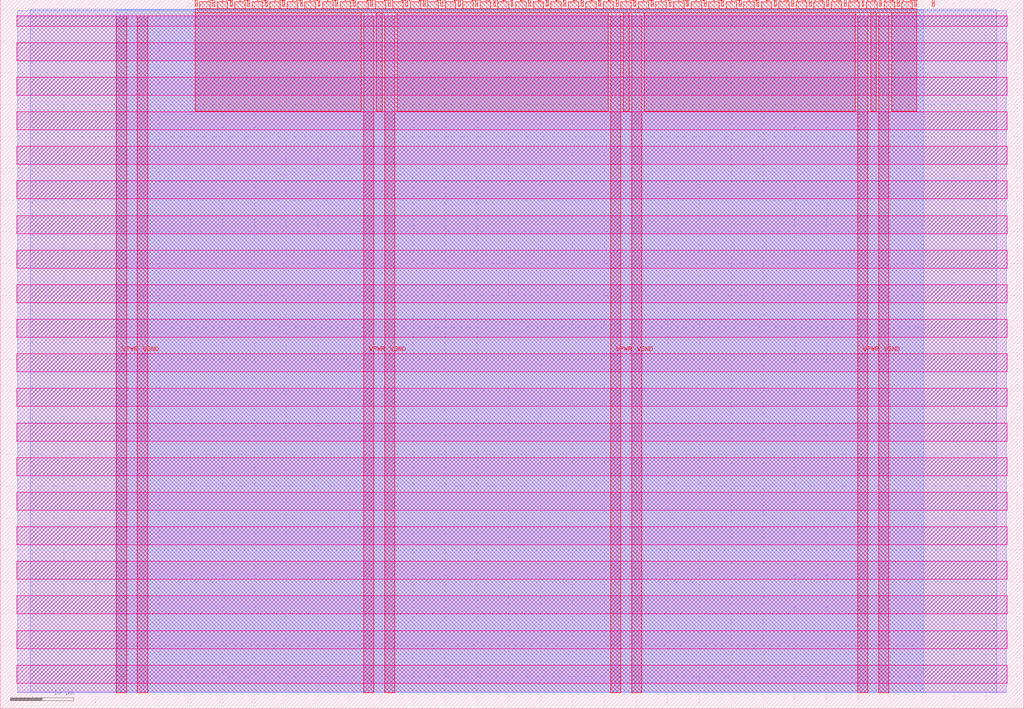
<source format=lef>
VERSION 5.7 ;
  NOWIREEXTENSIONATPIN ON ;
  DIVIDERCHAR "/" ;
  BUSBITCHARS "[]" ;
MACRO tt_um_ran_DanielZhu
  CLASS BLOCK ;
  FOREIGN tt_um_ran_DanielZhu ;
  ORIGIN 0.000 0.000 ;
  SIZE 161.000 BY 111.520 ;
  PIN VGND
    DIRECTION INOUT ;
    USE GROUND ;
    PORT
      LAYER met4 ;
        RECT 21.580 2.480 23.180 109.040 ;
    END
    PORT
      LAYER met4 ;
        RECT 60.450 2.480 62.050 109.040 ;
    END
    PORT
      LAYER met4 ;
        RECT 99.320 2.480 100.920 109.040 ;
    END
    PORT
      LAYER met4 ;
        RECT 138.190 2.480 139.790 109.040 ;
    END
  END VGND
  PIN VPWR
    DIRECTION INOUT ;
    USE POWER ;
    PORT
      LAYER met4 ;
        RECT 18.280 2.480 19.880 109.040 ;
    END
    PORT
      LAYER met4 ;
        RECT 57.150 2.480 58.750 109.040 ;
    END
    PORT
      LAYER met4 ;
        RECT 96.020 2.480 97.620 109.040 ;
    END
    PORT
      LAYER met4 ;
        RECT 134.890 2.480 136.490 109.040 ;
    END
  END VPWR
  PIN clk
    DIRECTION INPUT ;
    USE SIGNAL ;
    ANTENNAGATEAREA 0.852000 ;
    PORT
      LAYER met4 ;
        RECT 143.830 110.520 144.130 111.520 ;
    END
  END clk
  PIN ena
    DIRECTION INPUT ;
    USE SIGNAL ;
    PORT
      LAYER met4 ;
        RECT 146.590 110.520 146.890 111.520 ;
    END
  END ena
  PIN rst_n
    DIRECTION INPUT ;
    USE SIGNAL ;
    ANTENNAGATEAREA 0.213000 ;
    PORT
      LAYER met4 ;
        RECT 141.070 110.520 141.370 111.520 ;
    END
  END rst_n
  PIN ui_in[0]
    DIRECTION INPUT ;
    USE SIGNAL ;
    ANTENNAGATEAREA 0.196500 ;
    PORT
      LAYER met4 ;
        RECT 138.310 110.520 138.610 111.520 ;
    END
  END ui_in[0]
  PIN ui_in[1]
    DIRECTION INPUT ;
    USE SIGNAL ;
    ANTENNAGATEAREA 0.196500 ;
    PORT
      LAYER met4 ;
        RECT 135.550 110.520 135.850 111.520 ;
    END
  END ui_in[1]
  PIN ui_in[2]
    DIRECTION INPUT ;
    USE SIGNAL ;
    ANTENNAGATEAREA 0.196500 ;
    PORT
      LAYER met4 ;
        RECT 132.790 110.520 133.090 111.520 ;
    END
  END ui_in[2]
  PIN ui_in[3]
    DIRECTION INPUT ;
    USE SIGNAL ;
    ANTENNAGATEAREA 0.196500 ;
    PORT
      LAYER met4 ;
        RECT 130.030 110.520 130.330 111.520 ;
    END
  END ui_in[3]
  PIN ui_in[4]
    DIRECTION INPUT ;
    USE SIGNAL ;
    ANTENNAGATEAREA 0.126000 ;
    PORT
      LAYER met4 ;
        RECT 127.270 110.520 127.570 111.520 ;
    END
  END ui_in[4]
  PIN ui_in[5]
    DIRECTION INPUT ;
    USE SIGNAL ;
    ANTENNAGATEAREA 0.213000 ;
    PORT
      LAYER met4 ;
        RECT 124.510 110.520 124.810 111.520 ;
    END
  END ui_in[5]
  PIN ui_in[6]
    DIRECTION INPUT ;
    USE SIGNAL ;
    PORT
      LAYER met4 ;
        RECT 121.750 110.520 122.050 111.520 ;
    END
  END ui_in[6]
  PIN ui_in[7]
    DIRECTION INPUT ;
    USE SIGNAL ;
    PORT
      LAYER met4 ;
        RECT 118.990 110.520 119.290 111.520 ;
    END
  END ui_in[7]
  PIN uio_in[0]
    DIRECTION INPUT ;
    USE SIGNAL ;
    PORT
      LAYER met4 ;
        RECT 116.230 110.520 116.530 111.520 ;
    END
  END uio_in[0]
  PIN uio_in[1]
    DIRECTION INPUT ;
    USE SIGNAL ;
    PORT
      LAYER met4 ;
        RECT 113.470 110.520 113.770 111.520 ;
    END
  END uio_in[1]
  PIN uio_in[2]
    DIRECTION INPUT ;
    USE SIGNAL ;
    PORT
      LAYER met4 ;
        RECT 110.710 110.520 111.010 111.520 ;
    END
  END uio_in[2]
  PIN uio_in[3]
    DIRECTION INPUT ;
    USE SIGNAL ;
    PORT
      LAYER met4 ;
        RECT 107.950 110.520 108.250 111.520 ;
    END
  END uio_in[3]
  PIN uio_in[4]
    DIRECTION INPUT ;
    USE SIGNAL ;
    PORT
      LAYER met4 ;
        RECT 105.190 110.520 105.490 111.520 ;
    END
  END uio_in[4]
  PIN uio_in[5]
    DIRECTION INPUT ;
    USE SIGNAL ;
    PORT
      LAYER met4 ;
        RECT 102.430 110.520 102.730 111.520 ;
    END
  END uio_in[5]
  PIN uio_in[6]
    DIRECTION INPUT ;
    USE SIGNAL ;
    PORT
      LAYER met4 ;
        RECT 99.670 110.520 99.970 111.520 ;
    END
  END uio_in[6]
  PIN uio_in[7]
    DIRECTION INPUT ;
    USE SIGNAL ;
    PORT
      LAYER met4 ;
        RECT 96.910 110.520 97.210 111.520 ;
    END
  END uio_in[7]
  PIN uio_oe[0]
    DIRECTION OUTPUT ;
    USE SIGNAL ;
    ANTENNADIFFAREA 0.445500 ;
    PORT
      LAYER met4 ;
        RECT 49.990 110.520 50.290 111.520 ;
    END
  END uio_oe[0]
  PIN uio_oe[1]
    DIRECTION OUTPUT ;
    USE SIGNAL ;
    ANTENNADIFFAREA 0.445500 ;
    PORT
      LAYER met4 ;
        RECT 47.230 110.520 47.530 111.520 ;
    END
  END uio_oe[1]
  PIN uio_oe[2]
    DIRECTION OUTPUT ;
    USE SIGNAL ;
    ANTENNADIFFAREA 0.445500 ;
    PORT
      LAYER met4 ;
        RECT 44.470 110.520 44.770 111.520 ;
    END
  END uio_oe[2]
  PIN uio_oe[3]
    DIRECTION OUTPUT ;
    USE SIGNAL ;
    ANTENNADIFFAREA 0.445500 ;
    PORT
      LAYER met4 ;
        RECT 41.710 110.520 42.010 111.520 ;
    END
  END uio_oe[3]
  PIN uio_oe[4]
    DIRECTION OUTPUT ;
    USE SIGNAL ;
    ANTENNADIFFAREA 0.445500 ;
    PORT
      LAYER met4 ;
        RECT 38.950 110.520 39.250 111.520 ;
    END
  END uio_oe[4]
  PIN uio_oe[5]
    DIRECTION OUTPUT ;
    USE SIGNAL ;
    ANTENNADIFFAREA 0.445500 ;
    PORT
      LAYER met4 ;
        RECT 36.190 110.520 36.490 111.520 ;
    END
  END uio_oe[5]
  PIN uio_oe[6]
    DIRECTION OUTPUT ;
    USE SIGNAL ;
    ANTENNADIFFAREA 0.445500 ;
    PORT
      LAYER met4 ;
        RECT 33.430 110.520 33.730 111.520 ;
    END
  END uio_oe[6]
  PIN uio_oe[7]
    DIRECTION OUTPUT ;
    USE SIGNAL ;
    ANTENNADIFFAREA 0.445500 ;
    PORT
      LAYER met4 ;
        RECT 30.670 110.520 30.970 111.520 ;
    END
  END uio_oe[7]
  PIN uio_out[0]
    DIRECTION OUTPUT ;
    USE SIGNAL ;
    ANTENNADIFFAREA 0.891000 ;
    PORT
      LAYER met4 ;
        RECT 72.070 110.520 72.370 111.520 ;
    END
  END uio_out[0]
  PIN uio_out[1]
    DIRECTION OUTPUT ;
    USE SIGNAL ;
    ANTENNADIFFAREA 0.891000 ;
    PORT
      LAYER met4 ;
        RECT 69.310 110.520 69.610 111.520 ;
    END
  END uio_out[1]
  PIN uio_out[2]
    DIRECTION OUTPUT ;
    USE SIGNAL ;
    ANTENNADIFFAREA 1.288000 ;
    PORT
      LAYER met4 ;
        RECT 66.550 110.520 66.850 111.520 ;
    END
  END uio_out[2]
  PIN uio_out[3]
    DIRECTION OUTPUT ;
    USE SIGNAL ;
    ANTENNADIFFAREA 0.911000 ;
    PORT
      LAYER met4 ;
        RECT 63.790 110.520 64.090 111.520 ;
    END
  END uio_out[3]
  PIN uio_out[4]
    DIRECTION OUTPUT ;
    USE SIGNAL ;
    ANTENNADIFFAREA 0.891000 ;
    PORT
      LAYER met4 ;
        RECT 61.030 110.520 61.330 111.520 ;
    END
  END uio_out[4]
  PIN uio_out[5]
    DIRECTION OUTPUT ;
    USE SIGNAL ;
    ANTENNADIFFAREA 0.891000 ;
    PORT
      LAYER met4 ;
        RECT 58.270 110.520 58.570 111.520 ;
    END
  END uio_out[5]
  PIN uio_out[6]
    DIRECTION OUTPUT ;
    USE SIGNAL ;
    ANTENNADIFFAREA 0.453750 ;
    PORT
      LAYER met4 ;
        RECT 55.510 110.520 55.810 111.520 ;
    END
  END uio_out[6]
  PIN uio_out[7]
    DIRECTION OUTPUT ;
    USE SIGNAL ;
    ANTENNADIFFAREA 0.795200 ;
    PORT
      LAYER met4 ;
        RECT 52.750 110.520 53.050 111.520 ;
    END
  END uio_out[7]
  PIN uo_out[0]
    DIRECTION OUTPUT ;
    USE SIGNAL ;
    ANTENNADIFFAREA 0.445500 ;
    PORT
      LAYER met4 ;
        RECT 94.150 110.520 94.450 111.520 ;
    END
  END uo_out[0]
  PIN uo_out[1]
    DIRECTION OUTPUT ;
    USE SIGNAL ;
    ANTENNADIFFAREA 0.445500 ;
    PORT
      LAYER met4 ;
        RECT 91.390 110.520 91.690 111.520 ;
    END
  END uo_out[1]
  PIN uo_out[2]
    DIRECTION OUTPUT ;
    USE SIGNAL ;
    ANTENNADIFFAREA 0.445500 ;
    PORT
      LAYER met4 ;
        RECT 88.630 110.520 88.930 111.520 ;
    END
  END uo_out[2]
  PIN uo_out[3]
    DIRECTION OUTPUT ;
    USE SIGNAL ;
    ANTENNADIFFAREA 0.445500 ;
    PORT
      LAYER met4 ;
        RECT 85.870 110.520 86.170 111.520 ;
    END
  END uo_out[3]
  PIN uo_out[4]
    DIRECTION OUTPUT ;
    USE SIGNAL ;
    ANTENNADIFFAREA 0.445500 ;
    PORT
      LAYER met4 ;
        RECT 83.110 110.520 83.410 111.520 ;
    END
  END uo_out[4]
  PIN uo_out[5]
    DIRECTION OUTPUT ;
    USE SIGNAL ;
    ANTENNADIFFAREA 0.445500 ;
    PORT
      LAYER met4 ;
        RECT 80.350 110.520 80.650 111.520 ;
    END
  END uo_out[5]
  PIN uo_out[6]
    DIRECTION OUTPUT ;
    USE SIGNAL ;
    ANTENNADIFFAREA 0.445500 ;
    PORT
      LAYER met4 ;
        RECT 77.590 110.520 77.890 111.520 ;
    END
  END uo_out[6]
  PIN uo_out[7]
    DIRECTION OUTPUT ;
    USE SIGNAL ;
    ANTENNADIFFAREA 0.795200 ;
    PORT
      LAYER met4 ;
        RECT 74.830 110.520 75.130 111.520 ;
    END
  END uo_out[7]
  OBS
      LAYER nwell ;
        RECT 2.570 107.385 158.430 108.990 ;
        RECT 2.570 101.945 158.430 104.775 ;
        RECT 2.570 96.505 158.430 99.335 ;
        RECT 2.570 91.065 158.430 93.895 ;
        RECT 2.570 85.625 158.430 88.455 ;
        RECT 2.570 80.185 158.430 83.015 ;
        RECT 2.570 74.745 158.430 77.575 ;
        RECT 2.570 69.305 158.430 72.135 ;
        RECT 2.570 63.865 158.430 66.695 ;
        RECT 2.570 58.425 158.430 61.255 ;
        RECT 2.570 52.985 158.430 55.815 ;
        RECT 2.570 47.545 158.430 50.375 ;
        RECT 2.570 42.105 158.430 44.935 ;
        RECT 2.570 36.665 158.430 39.495 ;
        RECT 2.570 31.225 158.430 34.055 ;
        RECT 2.570 25.785 158.430 28.615 ;
        RECT 2.570 20.345 158.430 23.175 ;
        RECT 2.570 14.905 158.430 17.735 ;
        RECT 2.570 9.465 158.430 12.295 ;
        RECT 2.570 4.025 158.430 6.855 ;
      LAYER li1 ;
        RECT 2.760 2.635 158.240 108.885 ;
      LAYER met1 ;
        RECT 2.760 2.480 158.240 109.780 ;
      LAYER met2 ;
        RECT 4.700 2.535 156.760 110.005 ;
      LAYER met3 ;
        RECT 18.290 2.555 145.295 109.985 ;
      LAYER met4 ;
        RECT 31.370 110.120 33.030 111.170 ;
        RECT 34.130 110.120 35.790 111.170 ;
        RECT 36.890 110.120 38.550 111.170 ;
        RECT 39.650 110.120 41.310 111.170 ;
        RECT 42.410 110.120 44.070 111.170 ;
        RECT 45.170 110.120 46.830 111.170 ;
        RECT 47.930 110.120 49.590 111.170 ;
        RECT 50.690 110.120 52.350 111.170 ;
        RECT 53.450 110.120 55.110 111.170 ;
        RECT 56.210 110.120 57.870 111.170 ;
        RECT 58.970 110.120 60.630 111.170 ;
        RECT 61.730 110.120 63.390 111.170 ;
        RECT 64.490 110.120 66.150 111.170 ;
        RECT 67.250 110.120 68.910 111.170 ;
        RECT 70.010 110.120 71.670 111.170 ;
        RECT 72.770 110.120 74.430 111.170 ;
        RECT 75.530 110.120 77.190 111.170 ;
        RECT 78.290 110.120 79.950 111.170 ;
        RECT 81.050 110.120 82.710 111.170 ;
        RECT 83.810 110.120 85.470 111.170 ;
        RECT 86.570 110.120 88.230 111.170 ;
        RECT 89.330 110.120 90.990 111.170 ;
        RECT 92.090 110.120 93.750 111.170 ;
        RECT 94.850 110.120 96.510 111.170 ;
        RECT 97.610 110.120 99.270 111.170 ;
        RECT 100.370 110.120 102.030 111.170 ;
        RECT 103.130 110.120 104.790 111.170 ;
        RECT 105.890 110.120 107.550 111.170 ;
        RECT 108.650 110.120 110.310 111.170 ;
        RECT 111.410 110.120 113.070 111.170 ;
        RECT 114.170 110.120 115.830 111.170 ;
        RECT 116.930 110.120 118.590 111.170 ;
        RECT 119.690 110.120 121.350 111.170 ;
        RECT 122.450 110.120 124.110 111.170 ;
        RECT 125.210 110.120 126.870 111.170 ;
        RECT 127.970 110.120 129.630 111.170 ;
        RECT 130.730 110.120 132.390 111.170 ;
        RECT 133.490 110.120 135.150 111.170 ;
        RECT 136.250 110.120 137.910 111.170 ;
        RECT 139.010 110.120 140.670 111.170 ;
        RECT 141.770 110.120 143.430 111.170 ;
        RECT 30.655 109.440 144.145 110.120 ;
        RECT 30.655 94.015 56.750 109.440 ;
        RECT 59.150 94.015 60.050 109.440 ;
        RECT 62.450 94.015 95.620 109.440 ;
        RECT 98.020 94.015 98.920 109.440 ;
        RECT 101.320 94.015 134.490 109.440 ;
        RECT 136.890 94.015 137.790 109.440 ;
        RECT 140.190 94.015 144.145 109.440 ;
  END
END tt_um_ran_DanielZhu
END LIBRARY


</source>
